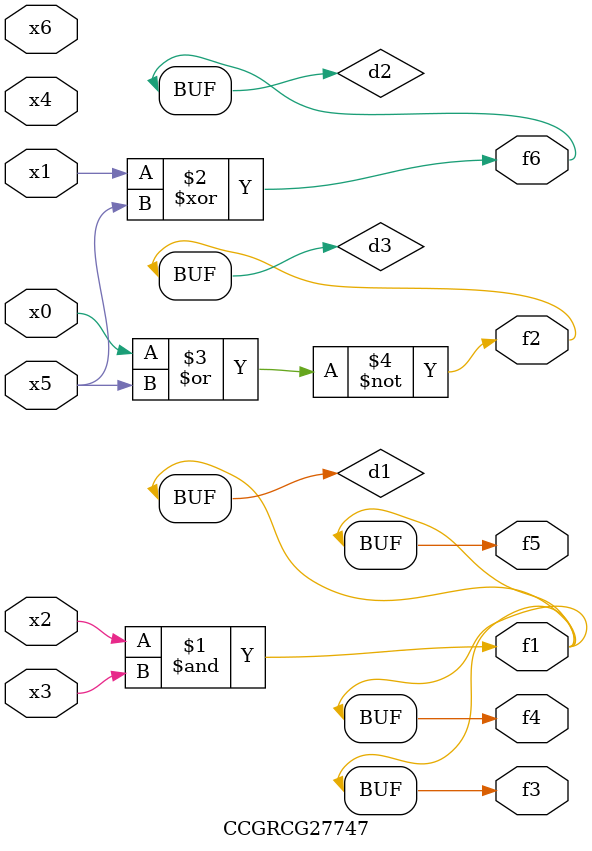
<source format=v>
module CCGRCG27747(
	input x0, x1, x2, x3, x4, x5, x6,
	output f1, f2, f3, f4, f5, f6
);

	wire d1, d2, d3;

	and (d1, x2, x3);
	xor (d2, x1, x5);
	nor (d3, x0, x5);
	assign f1 = d1;
	assign f2 = d3;
	assign f3 = d1;
	assign f4 = d1;
	assign f5 = d1;
	assign f6 = d2;
endmodule

</source>
